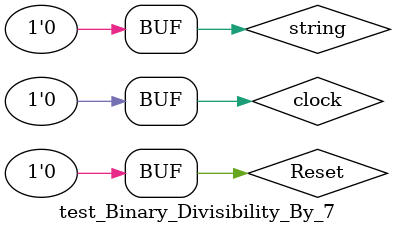
<source format=v>
module test_Binary_Divisibility_By_7;
reg string, Reset, clock;
wire [2:0] Remainder;
wire Divisible;

Binary_Divisibility_By_7 u1(string, clock, Reset, Remainder, Divisible);
initial begin
string=0; clock=0; Reset=1; 
end

initial repeat (50) #5 clock=~clock;
initial repeat (20) #10 string=~string;

initial begin
$monitor("%d string=%b, clock=%b, Reset=%b, Remainder=%b, Divisible=%b",$time, string, clock, Reset, Remainder, Divisible);

#15 Reset=0;
end
endmodule

</source>
